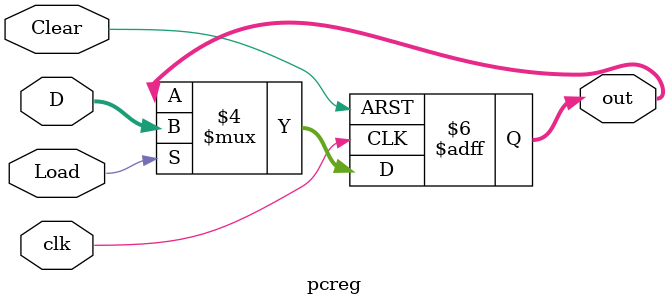
<source format=v>
module pcreg (D,Load,Clear,clk,out);
input [5:0] D;
input Load,Clear,clk;
output reg [5:0] out;
initial 
	out <= 6'b0;

always @ (posedge clk , posedge Clear) begin
if (Clear) out <= 0;
else if(Load) out <=D;
else out<=out;
end

endmodule

</source>
